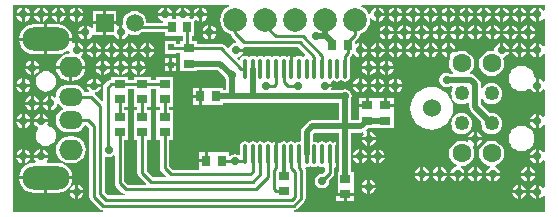
<source format=gtl>
%FSTAX23Y23*%
%MOIN*%
%SFA1B1*%

%IPPOS*%
%ADD13C,0.011810*%
%ADD15C,0.010000*%
%ADD16R,0.027560X0.037400*%
%ADD17R,0.037400X0.027560*%
%ADD18C,0.078740*%
%ADD19R,0.019680X0.023620*%
%ADD20O,0.015750X0.064960*%
%ADD37C,0.019680*%
%ADD38C,0.049210*%
%ADD39C,0.060000*%
%ADD40C,0.062990*%
%ADD41O,0.078740X0.068900*%
%ADD42O,0.078740X0.059060*%
%ADD43O,0.157480X0.078740*%
%ADD44R,0.059060X0.059060*%
%ADD45C,0.059060*%
%ADD46C,0.027560*%
%ADD47C,0.050000*%
%LNmidi_stick-1*%
%LPD*%
G36*
X04601Y03262D02*
X04596Y03261D01*
X04593Y03265*
X04586Y0327*
X04581Y03271*
Y03248*
Y03224*
X04586Y03225*
X04593Y0323*
X04596Y03234*
X04601Y03233*
Y03144*
X04596Y03142*
X04593Y03147*
X04586Y03152*
X04581Y03153*
Y03129*
Y03106*
X04586Y03107*
X04593Y03112*
X04596Y03116*
X04601Y03115*
Y03026*
X04596Y03024*
X04593Y03028*
X04586Y03034*
X04581Y03035*
Y03011*
Y02988*
X04586Y02989*
X04593Y02994*
X04596Y02998*
X04601Y02997*
Y02908*
X04596Y02906*
X04593Y0291*
X04586Y02916*
X04581Y02916*
Y02893*
Y0287*
X04586Y02871*
X04593Y02876*
X04596Y0288*
X04601Y02879*
Y0279*
X04596Y02788*
X04593Y02792*
X04586Y02797*
X04581Y02798*
Y02775*
Y02752*
X04586Y02753*
X04593Y02758*
X04596Y02762*
X04601Y02761*
Y02672*
X04596Y0267*
X04593Y02674*
X04586Y02679*
X04581Y0268*
Y02657*
Y02634*
X04586Y02635*
X04593Y0264*
X04596Y02644*
X04601Y02642*
Y0259*
X03766*
X03766Y02595*
X0377Y02595*
X03775Y02599*
X038Y02624*
X03804Y02629*
X03805Y02635*
Y0273*
X03804Y02735*
X03805Y02737*
X03807Y02739*
X03808Y02739*
X03815Y0274*
X03821Y02744*
X03827Y0274*
X03833Y02739*
X0384Y0274*
X03846Y02744*
X03852Y0274*
X03859Y02739*
X03864Y0274*
X03869Y02737*
Y02725*
X03862Y02717*
X0386Y02717*
X0385Y02716*
X03842Y0271*
X03837Y02702*
X03835Y02693*
X03837Y02684*
X03842Y02676*
X0385Y02671*
X0386Y02669*
X03869Y02671*
X03877Y02676*
X03882Y02684*
X03884Y02693*
X03883Y02695*
X03895Y02708*
X03899Y02713*
X039Y02718*
Y02737*
X03905Y0274*
X03905Y0274*
Y02782*
Y02824*
X03903Y02823*
X03897Y02819*
X03892Y02823*
X03885Y02825*
X03878Y02823*
X03872Y02819*
X03866Y02823*
X03859Y02825*
X03852Y02823*
X03846Y02819*
X0384Y02823*
X03833Y02825*
X03832Y02824*
X03828Y02827*
Y02849*
X03834Y02854*
X03916*
Y02827*
X03915Y02827*
Y02782*
Y02736*
X03916Y02736*
Y02724*
X03907*
Y02678*
Y02676*
Y02673*
Y02671*
Y02654*
X03936*
X03965*
Y02671*
Y02673*
Y02676*
Y02678*
Y02724*
X03956*
Y02782*
Y02854*
X0399*
X03995Y02855*
X03997Y02853*
X03998Y02851*
X03993Y02843*
X03992Y02839*
X0401*
Y02857*
X04008Y02857*
X04006Y02862*
X04014Y0287*
X04038*
X04041*
X04098*
Y02916*
Y02918*
Y02921*
Y02923*
Y0294*
X0407*
Y02945*
X04065*
Y02969*
X04043*
X0404*
X04036*
X04015*
Y02945*
X0401*
Y0294*
X03981*
Y02923*
Y02921*
Y02918*
Y02916*
Y02895*
X03956*
Y02964*
X03957Y02965*
X03959Y02975*
X03957Y02984*
X03952Y02992*
X03944Y02997*
X03935Y02999*
X03925Y02997*
X03922Y02995*
X0389*
X03888Y02999*
X0389Y03002*
X03891Y03006*
X03868*
Y03016*
X03891*
X0389Y0302*
X0389Y03022*
X03892Y03026*
X03892Y03026*
X03897Y0303*
X03903Y03026*
X0391Y03024*
X03917Y03026*
X03923Y0303*
X03929Y03026*
X03936Y03024*
X03943Y03026*
X03949Y0303*
X03953Y03036*
X03954Y03043*
Y03092*
X03953Y03099*
X03951Y03101*
Y03105*
X03956Y03109*
X03959Y03114*
X0396Y03116*
X03966*
X03969Y03112*
X03976Y03107*
X03981Y03106*
Y03129*
Y03153*
X03976Y03152*
X03974Y0315*
X03969Y03152*
X03969Y03157*
X0398Y03168*
X03984Y03173*
X03985Y03179*
Y03182*
X03994Y03186*
X04005Y03194*
X04013Y03205*
X04018Y03217*
X04019Y0323*
X04019Y03235*
X04023Y03237*
X04028Y0323*
X04036Y03225*
X0404Y03224*
Y03248*
Y03271*
X04036Y0327*
X04028Y03265*
X04022Y03257*
X04022Y03253*
X04016Y03249*
X04015Y03249*
X04013Y03254*
X04005Y03265*
X03994Y03273*
X0399Y03275*
X03991Y0328*
X04601*
Y03262*
G37*
G36*
X03549Y03275D02*
X03545Y03273D01*
X03534Y03265*
X03526Y03254*
X03521Y03242*
X0352Y0323*
X03521Y03217*
X03526Y03205*
X03534Y03194*
X03545Y03186*
X03555Y03182*
X03555Y03179*
X03559Y03174*
X03574Y03158*
X03572Y03154*
X03563Y03152*
X03555Y03147*
X0355Y03139*
X03549Y03136*
X03545Y03135*
X03533Y03146*
X03528Y03149*
X03522Y0315*
X03443*
Y03159*
X03425*
Y03176*
X03434*
Y03227*
X03439Y03229*
X03445Y03225*
X03449Y03224*
Y03243*
X03431*
X03432Y03238*
X03432Y03238*
X03429Y03233*
X0342*
X03417Y03238*
X03418Y03238*
X03418Y03243*
X03372*
X03373Y03238*
X03373Y03238*
X03371Y03233*
X0336*
X03358Y03238*
X03359Y03238*
X03359Y03243*
X03313*
X03314Y03238*
X03319Y0323*
X03327Y03225*
X03329Y03225*
X03328Y0322*
X03274*
X03273Y0323*
X03269Y03239*
X03263Y03248*
X03254Y03254*
X03245Y03258*
X03235Y03259*
X03224Y03258*
X03215Y03254*
X03206Y03248*
X032Y03239*
X03196Y0323*
X03195Y0322*
X03195Y03216*
X03193Y03214*
Y03188*
Y03165*
X03198Y03166*
X03206Y03171*
X03211Y03179*
X03211Y03182*
X03217Y03184*
X03224Y03181*
X03235Y0318*
X03245Y03181*
X03254Y03185*
X0326Y03189*
X03335*
Y03176*
X03383*
X03386*
X03388*
X03395*
Y03159*
X03386*
Y0315*
X03374*
Y03161*
X03335*
Y03117*
X03374*
Y0312*
X03386*
Y03111*
Y03108*
Y0306*
X03443*
Y03064*
X0351*
X03535Y03039*
X03536Y03035*
X03538Y03032*
Y02995*
X03528*
Y03003*
X03482*
X03481*
X03477*
X03476*
X03458*
Y02975*
Y02946*
X03476*
X03477*
X03481*
X03482*
X03528*
Y02954*
X03916*
Y02895*
X03826*
X03818Y02893*
X03811Y02889*
X03794Y02871*
X03789Y02865*
X03788Y02857*
Y02827*
X03784Y02824*
X03782Y02825*
X03775Y02823*
X0377Y02819*
X03764Y02823*
X03757Y02825*
X0375Y02823*
X03744Y02819*
X03738Y02823*
X03731Y02825*
X03724Y02823*
X03718Y02819*
X03713Y02823*
X03711Y02824*
Y02782*
X03701*
Y02824*
X03699Y02823*
X03693Y02819*
X03687Y02823*
X0368Y02825*
X03673Y02823*
X03667Y02819*
X03661Y02823*
X03654Y02825*
X03647Y02823*
X03642Y02819*
X03636Y02823*
X03629Y02825*
X03622Y02823*
X03616Y02819*
X0361Y02823*
X03603Y02825*
X03596Y02823*
X0359Y02819*
X03586Y02813*
X03585Y02806*
Y02782*
X03581Y02779*
X03579Y02781*
X0357Y02782*
X0356Y02781*
X03554Y02776*
X03549Y02778*
X03549Y02779*
Y02788*
X03503*
X03501*
X03498*
X03496*
X03479*
Y0276*
X03474*
Y02755*
X0345*
Y02731*
X03446Y0273*
X03361*
X0335Y02741*
Y02831*
X03363*
Y02877*
Y02878*
Y02882*
Y02883*
Y02929*
X0335*
Y02941*
X03363*
Y02987*
Y02988*
Y02992*
Y02993*
Y03039*
X03306*
Y03031*
X03288*
Y03039*
X03231*
Y03031*
X03213*
Y03039*
X03156*
Y03031*
X0315Y0303*
X03145Y03026*
X03134Y03015*
X0313Y0301*
X03129Y03004*
Y02962*
X03125Y0296*
X03103Y02982*
X03104Y02988*
X03109Y02989*
X03117Y02994*
X03122Y03002*
X03123Y03006*
X03077*
X03077Y03002*
X03083Y02994*
Y02994*
X03081Y02989*
X03068*
X03066Y02994*
X03059Y03002*
X03051Y03008*
X03042Y03012*
X03031Y03014*
X03012*
X03001Y03012*
X02992Y03008*
X02983Y03002*
X02977Y02994*
X02973Y02984*
X02972Y02974*
X02967Y02971*
X02962Y02975*
X02957Y02976*
Y02952*
Y02929*
X02962Y0293*
X02969Y02935*
X02975Y02943*
X02976Y02948*
X02981Y02949*
X02983Y02946*
X02992Y02939*
X02997Y02937*
Y02932*
X02992Y0293*
X02983Y02923*
X02977Y02915*
X02973Y02905*
X02972Y02895*
X02973Y02885*
X02977Y02875*
X02983Y02867*
X02992Y02861*
X03001Y02857*
X03012Y02855*
X03031*
X03042Y02857*
X03051Y02861*
X03059Y02867*
X03066Y02875*
X03068Y0288*
X03073*
X03084Y02868*
Y0264*
X03085Y02634*
X03089Y02629*
X03119Y02599*
X03124Y02595*
X03128Y02595*
X03128Y0259*
X0283*
Y0328*
X03548*
X03549Y03275*
G37*
G36*
X03804Y03114D02*
X03802Y03109D01*
X03801Y03109*
X03795Y03105*
X03789Y03109*
X03782Y0311*
X03775Y03109*
X0377Y03105*
X03764Y03109*
X03762Y03109*
Y03067*
X03752*
Y03109*
X0375Y03109*
X03744Y03105*
X03738Y03109*
X03731Y0311*
X03724Y03109*
X03718Y03105*
X03713Y03109*
X03706Y0311*
X03699Y03109*
X03693Y03105*
X03687Y03109*
X0368Y0311*
X03673Y03109*
X03667Y03105*
X03661Y03109*
X03654Y0311*
X03647Y03109*
X03642Y03105*
X03636Y03109*
X03629Y0311*
X03622Y03109*
X03616Y03105*
X0361Y03109*
X03603Y0311*
X03596Y03109*
X0359Y03105*
X03587Y03099*
X03582Y03097*
X03577Y03102*
X03579Y03106*
X03582Y03107*
X03589Y03112*
X03595Y0312*
X03596Y03124*
X03572*
Y03134*
X03596*
X03595Y03135*
X03599Y03139*
X036Y03139*
X03778*
X03804Y03114*
G37*
G36*
X03169Y02775D02*
Y02685D01*
X0317Y02679*
X03174Y02674*
X03194Y02654*
X03199Y0265*
X03202Y0265*
X03201Y02645*
X03146*
X03135Y02656*
Y02773*
X03139Y02775*
X0314Y02774*
X0315Y02772*
X03159Y02774*
X03164Y02778*
X03169Y02775*
G37*
G36*
X03306Y02993D02*
Y02992D01*
Y02988*
Y02987*
Y02941*
X03319*
Y02929*
X03306*
Y02883*
Y02882*
Y02878*
Y02877*
Y02831*
X03319*
Y02735*
X0332Y02729*
X03324Y02724*
X03338Y02709*
X03336Y02705*
X03296*
X03275Y02726*
Y02831*
X03288*
Y02877*
Y02878*
Y02882*
Y02883*
Y02929*
X03275*
Y02941*
X03288*
Y02987*
Y02988*
Y02992*
Y02993*
Y03*
X03306*
Y02993*
G37*
G36*
X03231D02*
Y02992D01*
Y02988*
Y02987*
Y02941*
X03244*
Y02929*
X03231*
Y02883*
Y02882*
Y02878*
Y02877*
Y02831*
X03244*
Y0272*
X03245Y02714*
X03249Y02709*
X03273Y02684*
X03271Y0268*
X03211*
X032Y02691*
Y02831*
X03213*
Y02878*
Y02882*
Y02929*
X032*
Y02941*
X03213*
Y02988*
Y02992*
Y03*
X03231*
Y02993*
G37*
%LNmidi_stick-2*%
%LPC*%
G36*
X04571Y03271D02*
X04567Y0327D01*
X04559Y03265*
X04554Y03257*
X04553Y03253*
X04571*
Y03271*
G37*
G36*
X04522D02*
Y03253D01*
X0454*
X0454Y03257*
X04534Y03265*
X04526Y0327*
X04522Y03271*
G37*
G36*
X04512D02*
X04508Y0327D01*
X045Y03265*
X04495Y03257*
X04494Y03253*
X04512*
Y03271*
G37*
G36*
X04463D02*
Y03253D01*
X04481*
X04481Y03257*
X04475Y03265*
X04467Y0327*
X04463Y03271*
G37*
G36*
X04453D02*
X04449Y0327D01*
X04441Y03265*
X04436Y03257*
X04435Y03253*
X04453*
Y03271*
G37*
G36*
X04404D02*
Y03253D01*
X04422*
X04422Y03257*
X04416Y03265*
X04408Y0327*
X04404Y03271*
G37*
G36*
X04394D02*
X0439Y0327D01*
X04382Y03265*
X04377Y03257*
X04376Y03253*
X04394*
Y03271*
G37*
G36*
X04345D02*
Y03253D01*
X04363*
X04362Y03257*
X04357Y03265*
X04349Y0327*
X04345Y03271*
G37*
G36*
X04335D02*
X04331Y0327D01*
X04323Y03265*
X04318Y03257*
X04317Y03253*
X04335*
Y03271*
G37*
G36*
X04286D02*
Y03253D01*
X04304*
X04303Y03257*
X04298Y03265*
X0429Y0327*
X04286Y03271*
G37*
G36*
X04276D02*
X04272Y0327D01*
X04264Y03265*
X04259Y03257*
X04258Y03253*
X04276*
Y03271*
G37*
G36*
X04227D02*
Y03253D01*
X04245*
X04244Y03257*
X04239Y03265*
X04231Y0327*
X04227Y03271*
G37*
G36*
X04217D02*
X04213Y0327D01*
X04205Y03265*
X042Y03257*
X04199Y03253*
X04217*
Y03271*
G37*
G36*
X04168D02*
Y03253D01*
X04186*
X04185Y03257*
X0418Y03265*
X04172Y0327*
X04168Y03271*
G37*
G36*
X04158D02*
X04154Y0327D01*
X04146Y03265*
X0414Y03257*
X0414Y03253*
X04158*
Y03271*
G37*
G36*
X04109D02*
Y03253D01*
X04127*
X04126Y03257*
X04121Y03265*
X04113Y0327*
X04109Y03271*
G37*
G36*
X04099D02*
X04095Y0327D01*
X04087Y03265*
X04081Y03257*
X04081Y03253*
X04099*
Y03271*
G37*
G36*
X0405D02*
Y03253D01*
X04068*
X04067Y03257*
X04062Y03265*
X04054Y0327*
X0405Y03271*
G37*
G36*
X04571Y03243D02*
X04553D01*
X04554Y03238*
X04559Y0323*
X04567Y03225*
X04571Y03224*
Y03243*
G37*
G36*
X0454D02*
X04522D01*
Y03224*
X04526Y03225*
X04534Y0323*
X0454Y03238*
X0454Y03243*
G37*
G36*
X04512D02*
X04494D01*
X04495Y03238*
X045Y0323*
X04508Y03225*
X04512Y03224*
Y03243*
G37*
G36*
X04481D02*
X04463D01*
Y03224*
X04467Y03225*
X04475Y0323*
X04481Y03238*
X04481Y03243*
G37*
G36*
X04453D02*
X04435D01*
X04436Y03238*
X04441Y0323*
X04449Y03225*
X04453Y03224*
Y03243*
G37*
G36*
X04422D02*
X04404D01*
Y03224*
X04408Y03225*
X04416Y0323*
X04422Y03238*
X04422Y03243*
G37*
G36*
X04394D02*
X04376D01*
X04377Y03238*
X04382Y0323*
X0439Y03225*
X04394Y03224*
Y03243*
G37*
G36*
X04363D02*
X04345D01*
Y03224*
X04349Y03225*
X04357Y0323*
X04362Y03238*
X04363Y03243*
G37*
G36*
X04335D02*
X04317D01*
X04318Y03238*
X04323Y0323*
X04331Y03225*
X04335Y03224*
Y03243*
G37*
G36*
X04304D02*
X04286D01*
Y03224*
X0429Y03225*
X04298Y0323*
X04303Y03238*
X04304Y03243*
G37*
G36*
X04276D02*
X04258D01*
X04259Y03238*
X04264Y0323*
X04272Y03225*
X04276Y03224*
Y03243*
G37*
G36*
X04245D02*
X04227D01*
Y03224*
X04231Y03225*
X04239Y0323*
X04244Y03238*
X04245Y03243*
G37*
G36*
X04217D02*
X04199D01*
X042Y03238*
X04205Y0323*
X04213Y03225*
X04217Y03224*
Y03243*
G37*
G36*
X04186D02*
X04168D01*
Y03224*
X04172Y03225*
X0418Y0323*
X04185Y03238*
X04186Y03243*
G37*
G36*
X04158D02*
X0414D01*
X0414Y03238*
X04146Y0323*
X04154Y03225*
X04158Y03224*
Y03243*
G37*
G36*
X04127D02*
X04109D01*
Y03224*
X04113Y03225*
X04121Y0323*
X04126Y03238*
X04127Y03243*
G37*
G36*
X04099D02*
X04081D01*
X04081Y03238*
X04087Y0323*
X04095Y03225*
X04099Y03224*
Y03243*
G37*
G36*
X04068D02*
X0405D01*
Y03224*
X04054Y03225*
X04062Y0323*
X04067Y03238*
X04068Y03243*
G37*
G36*
X04552Y03212D02*
Y03193D01*
X0457*
X04569Y03198*
X04564Y03206*
X04556Y03211*
X04552Y03212*
G37*
G36*
X04542D02*
X04537Y03211D01*
X0453Y03206*
X04524Y03198*
X04523Y03193*
X04542*
Y03212*
G37*
G36*
X04493D02*
Y03193D01*
X04511*
X0451Y03198*
X04505Y03206*
X04497Y03211*
X04493Y03212*
G37*
G36*
X04483D02*
X04478Y03211D01*
X04471Y03206*
X04465Y03198*
X04464Y03193*
X04483*
Y03212*
G37*
G36*
X04434D02*
Y03193D01*
X04452*
X04451Y03198*
X04446Y03206*
X04438Y03211*
X04434Y03212*
G37*
G36*
X04424D02*
X04419Y03211D01*
X04411Y03206*
X04406Y03198*
X04405Y03193*
X04424*
Y03212*
G37*
G36*
X04375D02*
Y03193D01*
X04393*
X04392Y03198*
X04387Y03206*
X04379Y03211*
X04375Y03212*
G37*
G36*
X04365D02*
X0436Y03211D01*
X04352Y03206*
X04347Y03198*
X04346Y03193*
X04365*
Y03212*
G37*
G36*
X04316D02*
Y03193D01*
X04334*
X04333Y03198*
X04328Y03206*
X0432Y03211*
X04316Y03212*
G37*
G36*
X04306D02*
X04301Y03211D01*
X04293Y03206*
X04288Y03198*
X04287Y03193*
X04306*
Y03212*
G37*
G36*
X04256D02*
Y03193D01*
X04275*
X04274Y03198*
X04269Y03206*
X04261Y03211*
X04256Y03212*
G37*
G36*
X04246D02*
X04242Y03211D01*
X04234Y03206*
X04229Y03198*
X04228Y03193*
X04246*
Y03212*
G37*
G36*
X04197D02*
Y03193D01*
X04216*
X04215Y03198*
X0421Y03206*
X04202Y03211*
X04197Y03212*
G37*
G36*
X04187D02*
X04183Y03211D01*
X04175Y03206*
X0417Y03198*
X04169Y03193*
X04187*
Y03212*
G37*
G36*
X04138D02*
Y03193D01*
X04157*
X04156Y03198*
X04151Y03206*
X04143Y03211*
X04138Y03212*
G37*
G36*
X04128D02*
X04124Y03211D01*
X04116Y03206*
X04111Y03198*
X0411Y03193*
X04128*
Y03212*
G37*
G36*
X04079D02*
Y03193D01*
X04098*
X04097Y03198*
X04091Y03206*
X04084Y03211*
X04079Y03212*
G37*
G36*
X04069D02*
X04065Y03211D01*
X04057Y03206*
X04052Y03198*
X04051Y03193*
X04069*
Y03212*
G37*
G36*
X0457Y03183D02*
X04552D01*
Y03165*
X04556Y03166*
X04564Y03171*
X04569Y03179*
X0457Y03183*
G37*
G36*
X04542D02*
X04523D01*
X04524Y03179*
X0453Y03171*
X04537Y03166*
X04542Y03165*
Y03183*
G37*
G36*
X04511D02*
X04493D01*
Y03165*
X04497Y03166*
X04505Y03171*
X0451Y03179*
X04511Y03183*
G37*
G36*
X04483D02*
X04464D01*
X04465Y03179*
X04471Y03171*
X04478Y03166*
X04483Y03165*
Y03183*
G37*
G36*
X04452D02*
X04434D01*
Y03165*
X04438Y03166*
X04446Y03171*
X04451Y03179*
X04452Y03183*
G37*
G36*
X04424D02*
X04405D01*
X04406Y03179*
X04411Y03171*
X04419Y03166*
X04424Y03165*
Y03183*
G37*
G36*
X04393D02*
X04375D01*
Y03165*
X04379Y03166*
X04387Y03171*
X04392Y03179*
X04393Y03183*
G37*
G36*
X04365D02*
X04346D01*
X04347Y03179*
X04352Y03171*
X0436Y03166*
X04365Y03165*
Y03183*
G37*
G36*
X04334D02*
X04316D01*
Y03165*
X0432Y03166*
X04328Y03171*
X04333Y03179*
X04334Y03183*
G37*
G36*
X04306D02*
X04287D01*
X04288Y03179*
X04293Y03171*
X04301Y03166*
X04306Y03165*
Y03183*
G37*
G36*
X04275D02*
X04256D01*
Y03165*
X04261Y03166*
X04269Y03171*
X04274Y03179*
X04275Y03183*
G37*
G36*
X04246D02*
X04228D01*
X04229Y03179*
X04234Y03171*
X04242Y03166*
X04246Y03165*
Y03183*
G37*
G36*
X04216D02*
X04197D01*
Y03165*
X04202Y03166*
X0421Y03171*
X04215Y03179*
X04216Y03183*
G37*
G36*
X04187D02*
X04169D01*
X0417Y03179*
X04175Y03171*
X04183Y03166*
X04187Y03165*
Y03183*
G37*
G36*
X04157D02*
X04138D01*
Y03165*
X04143Y03166*
X04151Y03171*
X04156Y03179*
X04157Y03183*
G37*
G36*
X04128D02*
X0411D01*
X04111Y03179*
X04116Y03171*
X04124Y03166*
X04128Y03165*
Y03183*
G37*
G36*
X04098D02*
X04079D01*
Y03165*
X04084Y03166*
X04091Y03171*
X04097Y03179*
X04098Y03183*
G37*
G36*
X04069D02*
X04051D01*
X04052Y03179*
X04057Y03171*
X04065Y03166*
X04069Y03165*
Y03183*
G37*
G36*
X04571Y03153D02*
X04567Y03152D01*
X04559Y03147*
X04554Y03139*
X04553Y03134*
X04571*
Y03153*
G37*
G36*
X04522D02*
Y03134D01*
X0454*
X0454Y03139*
X04534Y03147*
X04526Y03152*
X04522Y03153*
G37*
G36*
X04512D02*
X04508Y03152D01*
X045Y03147*
X04495Y03139*
X04494Y03134*
X04512*
Y03153*
G37*
G36*
X04463D02*
Y03134D01*
X04481*
X04481Y03139*
X04475Y03147*
X04467Y03152*
X04463Y03153*
G37*
G36*
X04286D02*
Y03134D01*
X04304*
X04303Y03139*
X04298Y03147*
X0429Y03152*
X04286Y03153*
G37*
G36*
X04276D02*
X04272Y03152D01*
X04264Y03147*
X04259Y03139*
X04258Y03134*
X04276*
Y03153*
G37*
G36*
X04227D02*
Y03134D01*
X04245*
X04244Y03139*
X04239Y03147*
X04231Y03152*
X04227Y03153*
G37*
G36*
X04217D02*
X04213Y03152D01*
X04205Y03147*
X042Y03139*
X04199Y03134*
X04217*
Y03153*
G37*
G36*
X04168D02*
Y03134D01*
X04186*
X04185Y03139*
X0418Y03147*
X04172Y03152*
X04168Y03153*
G37*
G36*
X04158D02*
X04154Y03152D01*
X04146Y03147*
X0414Y03139*
X0414Y03134*
X04158*
Y03153*
G37*
G36*
X04109D02*
Y03134D01*
X04127*
X04126Y03139*
X04121Y03147*
X04113Y03152*
X04109Y03153*
G37*
G36*
X04099D02*
X04095Y03152D01*
X04087Y03147*
X04081Y03139*
X04081Y03134*
X04099*
Y03153*
G37*
G36*
X0405D02*
Y03134D01*
X04068*
X04067Y03139*
X04062Y03147*
X04054Y03152*
X0405Y03153*
G37*
G36*
X0404D02*
X04036Y03152D01*
X04028Y03147*
X04022Y03139*
X04022Y03134*
X0404*
Y03153*
G37*
G36*
X03991D02*
Y03134D01*
X04009*
X04008Y03139*
X04003Y03147*
X03995Y03152*
X03991Y03153*
G37*
G36*
X04453D02*
X04449Y03152D01*
X04441Y03147*
X04436Y03139*
X04434Y03129*
X04434Y03129*
X04431Y03126*
X04425Y03126*
X04414Y03125*
X04404Y03121*
X04395Y03114*
X04388Y03105*
X04384Y03095*
X04383Y03085*
X04384Y03074*
X04388Y03064*
X04395Y03055*
X04404Y03048*
X04414Y03044*
X04425Y03043*
X04435Y03044*
X04445Y03048*
X04454Y03055*
X04461Y03064*
X04465Y03074*
X04466Y03085*
X04465Y03095*
X04463Y03101*
X04466Y03107*
X04467Y03107*
X04475Y03112*
X04481Y0312*
X04481Y03124*
X04458*
Y03129*
X04453*
Y03153*
G37*
G36*
X04325Y03126D02*
X04314Y03125D01*
X04309Y03123*
X04307Y03124*
X04286*
Y03102*
X04286Y03101*
X04284Y03095*
X04283Y03085*
X04284Y03074*
X04288Y03064*
X04295Y03055*
X04295Y03054*
X04294Y0305*
X04287*
X04284Y03052*
X04275Y03054*
X04265Y03052*
X04257Y03047*
X04252Y03039*
X0425Y0303*
X04252Y0302*
X04257Y03012*
X04265Y03007*
X04275Y03005*
X04284Y03007*
X04287Y03009*
X04294*
X04296Y03004*
X04294Y03002*
X04291Y02994*
X0429Y02985*
X04291Y02975*
X04294Y02967*
X043Y0296*
X04307Y02954*
X04315Y02951*
X04325Y0295*
X04334Y02951*
X04342Y02954*
X04344Y02956*
X04349Y02954*
Y0294*
X04351Y02932*
X04355Y02925*
X0439Y0289*
X0439Y02885*
X04391Y02875*
X04394Y02867*
X044Y0286*
X04407Y02854*
X04415Y02851*
X04425Y0285*
X04434Y02851*
X04442Y02854*
X04449Y0286*
X04455Y02867*
X04458Y02875*
X04459Y02885*
X04458Y02894*
X04455Y02902*
X04449Y02909*
X04442Y02915*
X04434Y02918*
X04425Y02919*
X04419Y02919*
X0439Y02948*
Y02965*
X04393Y02966*
X04395Y02966*
X044Y0296*
X04407Y02954*
X04415Y02951*
X04425Y0295*
X04434Y02951*
X04442Y02954*
X04449Y0296*
X04455Y02967*
X04458Y02975*
X04459Y02985*
X04458Y02994*
X04455Y03002*
X04449Y03009*
X04442Y03015*
X04434Y03018*
X04425Y03019*
X04415Y03018*
X04407Y03015*
X044Y03009*
X04395Y03003*
X04393Y03003*
X0439Y03004*
Y03015*
X04388Y03022*
X04384Y03029*
X04369Y03044*
X04362Y03048*
X04355Y0305*
X04353Y03054*
X04354Y03055*
X04361Y03064*
X04365Y03074*
X04366Y03085*
X04365Y03095*
X04361Y03105*
X04354Y03114*
X04345Y03121*
X04335Y03125*
X04325Y03126*
G37*
G36*
X04571Y03124D02*
X04553D01*
X04554Y0312*
X04559Y03112*
X04567Y03107*
X04571Y03106*
Y03124*
G37*
G36*
X0454D02*
X04522D01*
Y03106*
X04526Y03107*
X04534Y03112*
X0454Y0312*
X0454Y03124*
G37*
G36*
X04512D02*
X04494D01*
X04495Y0312*
X045Y03112*
X04508Y03107*
X04512Y03106*
Y03124*
G37*
G36*
X04276D02*
X04258D01*
X04259Y0312*
X04264Y03112*
X04272Y03107*
X04276Y03106*
Y03124*
G37*
G36*
X04245D02*
X04227D01*
Y03106*
X04231Y03107*
X04239Y03112*
X04244Y0312*
X04245Y03124*
G37*
G36*
X04217D02*
X04199D01*
X042Y0312*
X04205Y03112*
X04213Y03107*
X04217Y03106*
Y03124*
G37*
G36*
X04186D02*
X04168D01*
Y03106*
X04172Y03107*
X0418Y03112*
X04185Y0312*
X04186Y03124*
G37*
G36*
X04158D02*
X0414D01*
X0414Y0312*
X04146Y03112*
X04154Y03107*
X04158Y03106*
Y03124*
G37*
G36*
X04127D02*
X04109D01*
Y03106*
X04113Y03107*
X04121Y03112*
X04126Y0312*
X04127Y03124*
G37*
G36*
X04099D02*
X04081D01*
X04081Y0312*
X04087Y03112*
X04095Y03107*
X04099Y03106*
Y03124*
G37*
G36*
X04068D02*
X0405D01*
Y03106*
X04054Y03107*
X04062Y03112*
X04067Y0312*
X04068Y03124*
G37*
G36*
X0404D02*
X04022D01*
X04022Y0312*
X04028Y03112*
X04036Y03107*
X0404Y03106*
Y03124*
G37*
G36*
X04009D02*
X03991D01*
Y03106*
X03995Y03107*
X04003Y03112*
X04008Y0312*
X04009Y03124*
G37*
G36*
X04079Y03094D02*
Y03075D01*
X04098*
X04097Y0308*
X04091Y03088*
X04084Y03093*
X04079Y03094*
G37*
G36*
X04069D02*
X04065Y03093D01*
X04057Y03088*
X04052Y0308*
X04051Y03075*
X04069*
Y03094*
G37*
G36*
X0402D02*
Y03075D01*
X04039*
X04038Y0308*
X04032Y03088*
X04025Y03093*
X0402Y03094*
G37*
G36*
X0401D02*
X04006Y03093D01*
X03998Y03088*
X03993Y0308*
X03992Y03075*
X0401*
Y03094*
G37*
G36*
X04098Y03065D02*
X04079D01*
Y03047*
X04084Y03048*
X04091Y03053*
X04097Y03061*
X04098Y03065*
G37*
G36*
X04069D02*
X04051D01*
X04052Y03061*
X04057Y03053*
X04065Y03048*
X04069Y03047*
Y03065*
G37*
G36*
X04039D02*
X0402D01*
Y03047*
X04025Y03048*
X04032Y03053*
X04038Y03061*
X04039Y03065*
G37*
G36*
X0401D02*
X03992D01*
X03993Y03061*
X03998Y03053*
X04006Y03048*
X0401Y03047*
Y03065*
G37*
G36*
X04109Y03035D02*
Y03016D01*
X04127*
X04126Y03021*
X04121Y03028*
X04113Y03034*
X04109Y03035*
G37*
G36*
X04099D02*
X04095Y03034D01*
X04087Y03028*
X04081Y03021*
X04081Y03016*
X04099*
Y03035*
G37*
G36*
X0405D02*
Y03016D01*
X04068*
X04067Y03021*
X04062Y03028*
X04054Y03034*
X0405Y03035*
G37*
G36*
X0404D02*
X04036Y03034D01*
X04028Y03028*
X04022Y03021*
X04022Y03016*
X0404*
Y03035*
G37*
G36*
X03991D02*
Y03016D01*
X04009*
X04008Y03021*
X04003Y03028*
X03995Y03034*
X03991Y03035*
G37*
G36*
X03981D02*
X03976Y03034D01*
X03969Y03028*
X03963Y03021*
X03962Y03016*
X03981*
Y03035*
G37*
G36*
X04525Y03077D02*
X04514Y03076D01*
X04503Y03071*
X04494Y03065*
X04488Y03056*
X04484Y03045*
X04482Y03035*
X04484Y03024*
X04488Y03013*
X04494Y03004*
X04503Y02998*
X04514Y02994*
X04525Y02992*
X04535Y02994*
X04546Y02998*
X04549Y03001*
X04556Y02999*
X04559Y02994*
X04567Y02989*
X04571Y02988*
Y03011*
Y03035*
X04566Y03039*
X04566Y03045*
X04561Y03056*
X04555Y03065*
X04546Y03071*
X04535Y03076*
X04525Y03077*
G37*
G36*
X04127Y03006D02*
X04109D01*
Y02988*
X04113Y02989*
X04121Y02994*
X04126Y03002*
X04127Y03006*
G37*
G36*
X04099D02*
X04081D01*
X04081Y03002*
X04087Y02994*
X04095Y02989*
X04099Y02988*
Y03006*
G37*
G36*
X04068D02*
X0405D01*
Y02988*
X04054Y02989*
X04062Y02994*
X04067Y03002*
X04068Y03006*
G37*
G36*
X0404D02*
X04022D01*
X04022Y03002*
X04028Y02994*
X04036Y02989*
X0404Y02988*
Y03006*
G37*
G36*
X04009D02*
X03991D01*
Y02988*
X03995Y02989*
X04003Y02994*
X04008Y03002*
X04009Y03006*
G37*
G36*
X03981D02*
X03962D01*
X03963Y03002*
X03969Y02994*
X03976Y02989*
X03981Y02988*
Y03006*
G37*
G36*
X04075Y02969D02*
Y0295D01*
X04098*
Y02969*
X04075*
G37*
G36*
X04005D02*
X03981D01*
Y0295*
X04005*
Y02969*
G37*
G36*
X04571Y02916D02*
X04567Y02916D01*
X04559Y0291*
X04554Y02902*
X04553Y02898*
X04571*
Y02916*
G37*
G36*
Y02888D02*
X04553D01*
X04554Y02884*
X04559Y02876*
X04567Y02871*
X04571Y0287*
Y02888*
G37*
G36*
X04225Y03006D02*
X04211Y03005D01*
X04197Y03*
X04185Y02994*
X04174Y02985*
X04165Y02974*
X04159Y02962*
X04155Y02948*
X04153Y02935*
X04155Y02921*
X04159Y02907*
X04165Y02895*
X04174Y02884*
X04185Y02875*
X04197Y02869*
X04211Y02865*
X04225Y02863*
X04238Y02865*
X04252Y02869*
X04264Y02875*
X04275Y02884*
X04284Y02895*
X0429Y02907*
X04295Y02921*
X04296Y02935*
X04295Y02948*
X0429Y02962*
X04284Y02974*
X04275Y02985*
X04264Y02994*
X04252Y03*
X04238Y03005*
X04225Y03006*
G37*
G36*
X04325Y02919D02*
X04315Y02918D01*
X04307Y02915*
X043Y02909*
X04294Y02902*
X04291Y02894*
X0429Y02885*
X04291Y02875*
X04294Y02867*
X043Y0286*
X04307Y02854*
X04315Y02851*
X04325Y0285*
X04334Y02851*
X04342Y02854*
X04349Y0286*
X04355Y02867*
X04358Y02875*
X04359Y02885*
X04358Y02894*
X04355Y02902*
X04349Y02909*
X04342Y02915*
X04334Y02918*
X04325Y02919*
G37*
G36*
X04375Y02857D02*
Y02839D01*
X04393*
X04392Y02843*
X04387Y02851*
X04379Y02857*
X04375Y02857*
G37*
G36*
X04365D02*
X0436Y02857D01*
X04352Y02851*
X04347Y02843*
X04346Y02839*
X04365*
Y02857*
G37*
G36*
X0402D02*
Y02839D01*
X04039*
X04038Y02843*
X04032Y02851*
X04025Y02857*
X0402Y02857*
G37*
G36*
X04365Y02829D02*
X04346D01*
X04347Y02825*
X04346Y02824*
X04343Y02822*
X04335Y02825*
X04325Y02826*
X04314Y02825*
X04304Y02821*
X04295Y02814*
X04288Y02805*
X04284Y02795*
X04283Y02785*
X04284Y02774*
X04288Y02764*
X04295Y02755*
X04304Y02748*
X04309Y02746*
X04309Y02745*
X04305Y02739*
X04301Y02738*
X04293Y02733*
X04288Y02725*
X04287Y02721*
X04334*
X04333Y02725*
X04328Y02733*
X0432Y02738*
X04321Y02743*
X04325Y02743*
X04335Y02744*
X04345Y02748*
X04354Y02755*
X04361Y02764*
X04365Y02774*
X04366Y02785*
X04365Y02795*
X04361Y02805*
X0436Y02807*
X04363Y02811*
X04365Y02811*
Y02829*
G37*
G36*
X04393D02*
X04375D01*
Y02811*
X04379Y02812*
X04387Y02817*
X04392Y02825*
X04393Y02829*
G37*
G36*
X04039D02*
X0402D01*
Y02811*
X04025Y02812*
X04032Y02817*
X04038Y02825*
X04039Y02829*
G37*
G36*
X0401D02*
X03992D01*
X03993Y02825*
X03998Y02817*
X04006Y02812*
X0401Y02811*
Y02829*
G37*
G36*
X04525Y02877D02*
X04514Y02876D01*
X04503Y02871*
X04494Y02865*
X04488Y02856*
X04484Y02845*
X04482Y02835*
X04484Y02824*
X04488Y02813*
X04494Y02804*
X04503Y02798*
X04514Y02794*
X04525Y02792*
X04535Y02794*
X04546Y02798*
X04555Y02804*
X04561Y02813*
X04566Y02824*
X04567Y02835*
X04566Y02845*
X04561Y02856*
X04555Y02865*
X04546Y02871*
X04535Y02876*
X04525Y02877*
G37*
G36*
X04571Y02798D02*
X04567Y02797D01*
X04559Y02792*
X04554Y02784*
X04553Y0278*
X04571*
Y02798*
G37*
G36*
X0405D02*
Y0278D01*
X04068*
X04067Y02784*
X04062Y02792*
X04054Y02797*
X0405Y02798*
G37*
G36*
X0404D02*
X04036Y02797D01*
X04028Y02792*
X04022Y02784*
X04022Y0278*
X0404*
Y02798*
G37*
G36*
X03991D02*
Y0278D01*
X04009*
X04008Y02784*
X04003Y02792*
X03995Y02797*
X03991Y02798*
G37*
G36*
X03981D02*
X03976Y02797D01*
X03969Y02792*
X03963Y02784*
X03962Y0278*
X03981*
Y02798*
G37*
G36*
X04571Y0277D02*
X04553D01*
X04554Y02766*
X04559Y02758*
X04567Y02753*
X04571Y02752*
Y0277*
G37*
G36*
X04068D02*
X0405D01*
Y02752*
X04054Y02753*
X04062Y02758*
X04067Y02766*
X04068Y0277*
G37*
G36*
X0404D02*
X04022D01*
X04022Y02766*
X04028Y02758*
X04036Y02753*
X0404Y02752*
Y0277*
G37*
G36*
X04009D02*
X03991D01*
Y02752*
X03995Y02753*
X04003Y02758*
X04008Y02766*
X04009Y0277*
G37*
G36*
X03981D02*
X03962D01*
X03963Y02766*
X03969Y02758*
X03976Y02753*
X03981Y02752*
Y0277*
G37*
G36*
X04552Y02739D02*
Y02721D01*
X0457*
X04569Y02725*
X04564Y02733*
X04556Y02738*
X04552Y02739*
G37*
G36*
X04542D02*
X04537Y02738D01*
X0453Y02733*
X04524Y02725*
X04523Y02721*
X04542*
Y02739*
G37*
G36*
X04425Y02826D02*
X04414Y02825D01*
X04404Y02821*
X04395Y02814*
X04388Y02805*
X04384Y02795*
X04383Y02785*
X04384Y02774*
X04388Y02764*
X04395Y02755*
X04404Y02748*
X04414Y02744*
X04418Y02744*
X04419Y02739*
X04419Y02738*
X04411Y02733*
X04406Y02725*
X04405Y02721*
X04452*
X04451Y02725*
X04446Y02733*
X04438Y02738*
X04435Y02739*
X04435Y02744*
X04435Y02744*
X04445Y02748*
X04454Y02755*
X04461Y02764*
X04465Y02774*
X04466Y02785*
X04465Y02795*
X04461Y02805*
X04454Y02814*
X04445Y02821*
X04435Y02825*
X04425Y02826*
G37*
G36*
X04375Y02739D02*
Y02721D01*
X04393*
X04392Y02725*
X04387Y02733*
X04379Y02738*
X04375Y02739*
G37*
G36*
X04365D02*
X0436Y02738D01*
X04352Y02733*
X04347Y02725*
X04346Y02721*
X04365*
Y02739*
G37*
G36*
X04256D02*
Y02721D01*
X04275*
X04274Y02725*
X04269Y02733*
X04261Y02738*
X04256Y02739*
G37*
G36*
X04246D02*
X04242Y02738D01*
X04234Y02733*
X04229Y02725*
X04228Y02721*
X04246*
Y02739*
G37*
G36*
X04197D02*
Y02721D01*
X04216*
X04215Y02725*
X0421Y02733*
X04202Y02738*
X04197Y02739*
G37*
G36*
X04187D02*
X04183Y02738D01*
X04175Y02733*
X0417Y02725*
X04169Y02721*
X04187*
Y02739*
G37*
G36*
X0457Y02711D02*
X04552D01*
Y02693*
X04556Y02694*
X04564Y02699*
X04569Y02707*
X0457Y02711*
G37*
G36*
X04542D02*
X04523D01*
X04524Y02707*
X0453Y02699*
X04537Y02694*
X04542Y02693*
Y02711*
G37*
G36*
X04452D02*
X04434D01*
Y02693*
X04438Y02694*
X04446Y02699*
X04451Y02707*
X04452Y02711*
G37*
G36*
X04424D02*
X04405D01*
X04406Y02707*
X04411Y02699*
X04419Y02694*
X04424Y02693*
Y02711*
G37*
G36*
X04393D02*
X04375D01*
Y02693*
X04379Y02694*
X04387Y02699*
X04392Y02707*
X04393Y02711*
G37*
G36*
X04365D02*
X04346D01*
X04347Y02707*
X04352Y02699*
X0436Y02694*
X04365Y02693*
Y02711*
G37*
G36*
X04334D02*
X04316D01*
Y02693*
X0432Y02694*
X04328Y02699*
X04333Y02707*
X04334Y02711*
G37*
G36*
X04306D02*
X04287D01*
X04288Y02707*
X04293Y02699*
X04301Y02694*
X04306Y02693*
Y02711*
G37*
G36*
X04275D02*
X04256D01*
Y02693*
X04261Y02694*
X04269Y02699*
X04274Y02707*
X04275Y02711*
G37*
G36*
X04246D02*
X04228D01*
X04229Y02707*
X04234Y02699*
X04242Y02694*
X04246Y02693*
Y02711*
G37*
G36*
X04216D02*
X04197D01*
Y02693*
X04202Y02694*
X0421Y02699*
X04215Y02707*
X04216Y02711*
G37*
G36*
X04187D02*
X04169D01*
X0417Y02707*
X04175Y02699*
X04183Y02694*
X04187Y02693*
Y02711*
G37*
G36*
X0402Y02697D02*
Y02679D01*
X04038*
X04037Y02683*
X04032Y02691*
X04024Y02697*
X0402Y02697*
G37*
G36*
X0401D02*
X04005Y02697D01*
X03997Y02691*
X03992Y02683*
X03991Y02679*
X0401*
Y02697*
G37*
G36*
X04571Y0268D02*
X04567Y02679D01*
X04559Y02674*
X04554Y02666*
X04553Y02662*
X04571*
Y0268*
G37*
G36*
X04522D02*
Y02662D01*
X0454*
X0454Y02666*
X04534Y02674*
X04526Y02679*
X04522Y0268*
G37*
G36*
X04512D02*
X04508Y02679D01*
X045Y02674*
X04495Y02666*
X04494Y02662*
X04512*
Y0268*
G37*
G36*
X04038Y02669D02*
X0402D01*
Y02651*
X04024Y02652*
X04032Y02657*
X04037Y02665*
X04038Y02669*
G37*
G36*
X0401D02*
X03991D01*
X03992Y02665*
X03997Y02657*
X04005Y02652*
X0401Y02651*
Y02669*
G37*
G36*
X04571Y02652D02*
X04553D01*
X04554Y02648*
X04559Y0264*
X04567Y02635*
X04571Y02634*
Y02652*
G37*
G36*
X0454D02*
X04522D01*
Y02634*
X04526Y02635*
X04534Y0264*
X0454Y02648*
X0454Y02652*
G37*
G36*
X04512D02*
X04494D01*
X04495Y02648*
X045Y0264*
X04508Y02635*
X04512Y02634*
Y02652*
G37*
G36*
X03965Y02644D02*
X03941D01*
Y02625*
X03965*
Y02644*
G37*
G36*
X03931D02*
X03907D01*
Y02625*
X03931*
Y02644*
G37*
G36*
X03459Y03271D02*
Y03253D01*
X03477*
X03477Y03257*
X03471Y03265*
X03464Y0327*
X03459Y03271*
G37*
G36*
X03449D02*
X03445Y0327D01*
X03437Y03265*
X03432Y03257*
X03431Y03253*
X03449*
Y03271*
G37*
G36*
X034D02*
Y03253D01*
X03418*
X03418Y03257*
X03412Y03265*
X03404Y0327*
X034Y03271*
G37*
G36*
X0339D02*
X03386Y0327D01*
X03378Y03265*
X03373Y03257*
X03372Y03253*
X0339*
Y03271*
G37*
G36*
X03341D02*
Y03253D01*
X03359*
X03359Y03257*
X03353Y03265*
X03345Y0327*
X03341Y03271*
G37*
G36*
X03331D02*
X03327Y0327D01*
X03319Y03265*
X03314Y03257*
X03313Y03253*
X03331*
Y03271*
G37*
G36*
X03046D02*
Y03253D01*
X03064*
X03063Y03257*
X03058Y03265*
X0305Y0327*
X03046Y03271*
G37*
G36*
X03036D02*
X03032Y0327D01*
X03024Y03265*
X03018Y03257*
X03018Y03253*
X03036*
Y03271*
G37*
G36*
X02987D02*
Y03253D01*
X03005*
X03004Y03257*
X02999Y03265*
X02991Y0327*
X02987Y03271*
G37*
G36*
X02977D02*
X02973Y0327D01*
X02965Y03265*
X02959Y03257*
X02959Y03253*
X02977*
Y03271*
G37*
G36*
X02928D02*
Y03253D01*
X02946*
X02945Y03257*
X0294Y03265*
X02932Y0327*
X02928Y03271*
G37*
G36*
X02918D02*
X02913Y0327D01*
X02906Y03265*
X029Y03257*
X02899Y03253*
X02918*
Y03271*
G37*
G36*
X02869D02*
Y03253D01*
X02887*
X02886Y03257*
X02881Y03265*
X02873Y0327*
X02869Y03271*
G37*
G36*
X02859D02*
X02854Y0327D01*
X02847Y03265*
X02841Y03257*
X0284Y03253*
X02859*
Y03271*
G37*
G36*
X03174Y03259D02*
X0314D01*
Y03225*
X03174*
Y03259*
G37*
G36*
X0313D02*
X03095D01*
Y03225*
X0313*
Y03259*
G37*
G36*
X03477Y03243D02*
X03459D01*
Y03224*
X03464Y03225*
X03471Y0323*
X03477Y03238*
X03477Y03243*
G37*
G36*
X03064D02*
X03046D01*
Y03224*
X0305Y03225*
X03058Y0323*
X03063Y03238*
X03064Y03243*
G37*
G36*
X03036D02*
X03018D01*
X03018Y03238*
X03024Y0323*
X03032Y03225*
X03036Y03224*
Y03243*
G37*
G36*
X03005D02*
X02987D01*
Y03224*
X02991Y03225*
X02999Y0323*
X03004Y03238*
X03005Y03243*
G37*
G36*
X02977D02*
X02959D01*
X02959Y03238*
X02965Y0323*
X02973Y03225*
X02977Y03224*
Y03243*
G37*
G36*
X02946D02*
X02928D01*
Y03224*
X02932Y03225*
X0294Y0323*
X02945Y03238*
X02946Y03243*
G37*
G36*
X02918D02*
X02899D01*
X029Y03238*
X02906Y0323*
X02913Y03225*
X02918Y03224*
Y03243*
G37*
G36*
X02887D02*
X02869D01*
Y03224*
X02873Y03225*
X02881Y0323*
X02886Y03238*
X02887Y03243*
G37*
G36*
X02859D02*
X0284D01*
X02841Y03238*
X02847Y0323*
X02854Y03225*
X02859Y03224*
Y03243*
G37*
G36*
X0313Y03215D02*
X03095D01*
Y03203*
X0309Y03202*
X03088Y03206*
X0308Y03211*
X03075Y03212*
Y03188*
Y03165*
X0308Y03166*
X03088Y03171*
X03091Y03177*
X03094Y03179*
X03098Y0318*
X0313*
Y03215*
G37*
G36*
X03489Y03212D02*
Y03193D01*
X03507*
X03506Y03198*
X03501Y03206*
X03493Y03211*
X03489Y03212*
G37*
G36*
X03479D02*
X03474Y03211D01*
X03467Y03206*
X03461Y03198*
X03461Y03193*
X03479*
Y03212*
G37*
G36*
X03065D02*
X03061Y03211D01*
X03053Y03206*
X03048Y03198*
X03047Y03193*
X03065*
Y03212*
G37*
G36*
X02978Y03215D02*
X02944D01*
Y0317*
X03027*
X03026Y03178*
X03021Y0319*
X03013Y032*
X03003Y03208*
X02991Y03213*
X02978Y03215*
G37*
G36*
X02934D02*
X02899D01*
X02886Y03213*
X02874Y03208*
X02864Y032*
X02856Y0319*
X02851Y03178*
X0285Y0317*
X02934*
Y03215*
G37*
G36*
X03507Y03183D02*
X03489D01*
Y03165*
X03493Y03166*
X03501Y03171*
X03506Y03179*
X03507Y03183*
G37*
G36*
X03479D02*
X03461D01*
X03461Y03179*
X03467Y03171*
X03474Y03166*
X03479Y03165*
Y03183*
G37*
G36*
X03174Y03215D02*
X0314D01*
Y0318*
X03166*
X03166Y03179*
X03171Y03171*
X03179Y03166*
X03183Y03165*
Y03188*
Y03212*
X03179Y03211*
X03178Y0321*
X03174Y03213*
Y03215*
G37*
G36*
X03065Y03183D02*
X03047D01*
X03048Y03179*
X03053Y03171*
X03061Y03166*
X03065Y03165*
Y03183*
G37*
G36*
X03282Y03153D02*
Y03134D01*
X033*
X03299Y03139*
X03294Y03147*
X03286Y03152*
X03282Y03153*
G37*
G36*
X03272D02*
X03268Y03152D01*
X0326Y03147*
X03255Y03139*
X03254Y03134*
X03272*
Y03153*
G37*
G36*
X03223D02*
Y03134D01*
X03241*
X0324Y03139*
X03235Y03147*
X03227Y03152*
X03223Y03153*
G37*
G36*
X03213D02*
X03209Y03152D01*
X03201Y03147*
X03196Y03139*
X03195Y03134*
X03213*
Y03153*
G37*
G36*
X03164D02*
Y03134D01*
X03182*
X03181Y03139*
X03176Y03147*
X03168Y03152*
X03164Y03153*
G37*
G36*
X03154D02*
X0315Y03152D01*
X03142Y03147*
X03137Y03139*
X03136Y03134*
X03154*
Y03153*
G37*
G36*
X03105D02*
Y03134D01*
X03123*
X03122Y03139*
X03117Y03147*
X03109Y03152*
X03105Y03153*
G37*
G36*
X03095D02*
X03091Y03152D01*
X03083Y03147*
X03077Y03139*
X03077Y03134*
X03095*
Y03153*
G37*
G36*
X03046D02*
Y03134D01*
X03064*
X03063Y03139*
X03058Y03147*
X0305Y03152*
X03046Y03153*
G37*
G36*
X02934Y0316D02*
X0285D01*
X02851Y03152*
X02856Y0314*
X02864Y0313*
X02874Y03122*
X02886Y03117*
X02899Y03115*
X02934*
Y0316*
G37*
G36*
X033Y03124D02*
X03282D01*
Y03106*
X03286Y03107*
X03294Y03112*
X03299Y0312*
X033Y03124*
G37*
G36*
X03272D02*
X03254D01*
X03255Y0312*
X0326Y03112*
X03268Y03107*
X03272Y03106*
Y03124*
G37*
G36*
X03241D02*
X03223D01*
Y03106*
X03227Y03107*
X03235Y03112*
X0324Y0312*
X03241Y03124*
G37*
G36*
X03213D02*
X03195D01*
X03196Y0312*
X03201Y03112*
X03209Y03107*
X03213Y03106*
Y03124*
G37*
G36*
X03182D02*
X03164D01*
Y03106*
X03168Y03107*
X03176Y03112*
X03181Y0312*
X03182Y03124*
G37*
G36*
X03154D02*
X03136D01*
X03137Y0312*
X03142Y03112*
X0315Y03107*
X03154Y03106*
Y03124*
G37*
G36*
X03123D02*
X03105D01*
Y03106*
X03109Y03107*
X03117Y03112*
X03122Y0312*
X03123Y03124*
G37*
G36*
X03095D02*
X03077D01*
X03077Y0312*
X03083Y03112*
X03091Y03107*
X03095Y03106*
Y03124*
G37*
G36*
X03374Y03102D02*
X0336D01*
Y03085*
X03374*
Y03102*
G37*
G36*
X0335D02*
X03335D01*
Y03085*
X0335*
Y03102*
G37*
G36*
X03027Y0316D02*
X02944D01*
Y03115*
X02978*
X02991Y03117*
X03003Y03122*
X03012Y03128*
X03016Y03127*
X03017Y03127*
X03018Y03122*
X03018Y03121*
X03016Y03118*
X03015Y03117*
X03005Y03116*
X02994Y03111*
X02985Y03104*
X02978Y03095*
X02973Y03084*
X02972Y03077*
X03021*
X0307*
X0307Y03084*
X03065Y03095*
X03058Y03104*
X03056Y03106*
X03056Y03111*
X03058Y03112*
X03063Y0312*
X03064Y03124*
X03041*
Y03129*
X03036*
Y03153*
X03032Y03152*
X03031Y03152*
X03026Y03154*
X03027Y0316*
G37*
G36*
X03253Y03094D02*
Y03075D01*
X03271*
X0327Y0308*
X03265Y03088*
X03257Y03093*
X03253Y03094*
G37*
G36*
X03243D02*
X03238Y03093D01*
X0323Y03088*
X03225Y0308*
X03224Y03075*
X03243*
Y03094*
G37*
G36*
X03193D02*
Y03075D01*
X03212*
X03211Y0308*
X03206Y03088*
X03198Y03093*
X03193Y03094*
G37*
G36*
X03183D02*
X03179Y03093D01*
X03171Y03088*
X03166Y0308*
X03165Y03075*
X03183*
Y03094*
G37*
G36*
X03134D02*
Y03075D01*
X03153*
X03152Y0308*
X03147Y03088*
X03139Y03093*
X03134Y03094*
G37*
G36*
X03124D02*
X0312Y03093D01*
X03112Y03088*
X03107Y0308*
X03106Y03075*
X03124*
Y03094*
G37*
G36*
X02898D02*
Y03075D01*
X02916*
X02916Y0308*
X0291Y03088*
X02902Y03093*
X02898Y03094*
G37*
G36*
X02888D02*
X02884Y03093D01*
X02876Y03088*
X02871Y0308*
X0287Y03075*
X02888*
Y03094*
G37*
G36*
X03374Y03075D02*
X0336D01*
Y03058*
X03374*
Y03075*
G37*
G36*
X0335D02*
X03335D01*
Y03058*
X0335*
Y03075*
G37*
G36*
X03271Y03065D02*
X03253D01*
Y03047*
X03257Y03048*
X03265Y03053*
X0327Y03061*
X03271Y03065*
G37*
G36*
X03243D02*
X03224D01*
X03225Y03061*
X0323Y03053*
X03238Y03048*
X03243Y03047*
Y03065*
G37*
G36*
X03212D02*
X03193D01*
Y03047*
X03198Y03048*
X03206Y03053*
X03211Y03061*
X03212Y03065*
G37*
G36*
X03183D02*
X03165D01*
X03166Y03061*
X03171Y03053*
X03179Y03048*
X03183Y03047*
Y03065*
G37*
G36*
X03153D02*
X03134D01*
Y03047*
X03139Y03048*
X03147Y03053*
X03152Y03061*
X03153Y03065*
G37*
G36*
X03124D02*
X03106D01*
X03107Y03061*
X03112Y03053*
X0312Y03048*
X03124Y03047*
Y03065*
G37*
G36*
X02916D02*
X02898D01*
Y03047*
X02902Y03048*
X0291Y03053*
X02916Y03061*
X02916Y03065*
G37*
G36*
X02888D02*
X0287D01*
X02871Y03061*
X02876Y03053*
X02884Y03048*
X02888Y03047*
Y03065*
G37*
G36*
X0307Y03067D02*
X03026D01*
Y03027*
X03038Y03029*
X03049Y03033*
X03058Y03041*
X03065Y0305*
X0307Y03061*
X0307Y03067*
G37*
G36*
X03016D02*
X02972D01*
X02973Y03061*
X02978Y0305*
X02985Y03041*
X02994Y03033*
X03005Y03029*
X03016Y03027*
Y03067*
G37*
G36*
X03105Y03035D02*
Y03016D01*
X03123*
X03122Y03021*
X03117Y03028*
X03109Y03034*
X03105Y03035*
G37*
G36*
X03095D02*
X03091Y03034D01*
X03083Y03028*
X03077Y03021*
X03077Y03016*
X03095*
Y03035*
G37*
G36*
X02869D02*
Y03016D01*
X02887*
X02886Y03021*
X02881Y03028*
X02873Y03034*
X02869Y03035*
G37*
G36*
X02859D02*
X02854Y03034D01*
X02847Y03028*
X02841Y03021*
X0284Y03016*
X02859*
Y03035*
G37*
G36*
X02939Y03059D02*
X0293Y03058D01*
X02922Y03054*
X02915Y03049*
X02909Y03042*
X02906Y03034*
X02905Y03025*
X02906Y03016*
X02909Y03008*
X02915Y03001*
X02922Y02996*
X0293Y02992*
X02939Y02991*
X02947Y02992*
X02956Y02996*
X02963Y03001*
X02968Y03008*
X02971Y03016*
X02973Y03025*
X02971Y03034*
X02968Y03042*
X02963Y03049*
X02956Y03054*
X02947Y03058*
X02939Y03059*
G37*
G36*
X02887Y03006D02*
X02869D01*
Y02988*
X02873Y02989*
X02881Y02994*
X02886Y03002*
X02887Y03006*
G37*
G36*
X02859D02*
X0284D01*
X02841Y03002*
X02847Y02994*
X02854Y02989*
X02859Y02988*
Y03006*
G37*
G36*
X03448Y03003D02*
X0343D01*
Y0298*
X03448*
Y03003*
G37*
G36*
X02947Y02976D02*
X02943Y02975D01*
X02935Y02969*
X0293Y02962*
X02929Y02957*
X02947*
Y02976*
G37*
G36*
X02898D02*
Y02957D01*
X02916*
X02916Y02962*
X0291Y02969*
X02902Y02975*
X02898Y02976*
G37*
G36*
X02888D02*
X02884Y02975D01*
X02876Y02969*
X02871Y02962*
X0287Y02957*
X02888*
Y02976*
G37*
G36*
X03448Y0297D02*
X0343D01*
Y02946*
X03448*
Y0297*
G37*
G36*
X02947Y02947D02*
X02929D01*
X0293Y02943*
X02935Y02935*
X02943Y0293*
X02947Y02929*
Y02947*
G37*
G36*
X02916D02*
X02898D01*
Y02929*
X02902Y0293*
X0291Y02935*
X02916Y02943*
X02916Y02947*
G37*
G36*
X02888D02*
X0287D01*
X02871Y02943*
X02876Y02935*
X02884Y0293*
X02888Y02929*
Y02947*
G37*
G36*
X02928Y02916D02*
Y02898D01*
X02946*
X02945Y02902*
X0294Y0291*
X02932Y02916*
X02928Y02916*
G37*
G36*
X02918D02*
X02913Y02916D01*
X02906Y0291*
X029Y02902*
X02899Y02898*
X02918*
Y02916*
G37*
G36*
X02869D02*
Y02898D01*
X02887*
X02886Y02902*
X02881Y0291*
X02873Y02916*
X02869Y02916*
G37*
G36*
X02859D02*
X02854Y02916D01*
X02847Y0291*
X02841Y02902*
X0284Y02898*
X02859*
Y02916*
G37*
G36*
X02887Y02888D02*
X02869D01*
Y0287*
X02873Y02871*
X02881Y02876*
X02886Y02884*
X02887Y02888*
G37*
G36*
X02859D02*
X0284D01*
X02841Y02884*
X02847Y02876*
X02854Y02871*
X02859Y0287*
Y02888*
G37*
G36*
X02946D02*
X02899D01*
X029Y02884*
X02906Y02876*
X02912Y02872*
X02912Y02871*
X02913Y02867*
X02913Y02866*
X02909Y02861*
X02906Y02853*
X02905Y02844*
X02906Y02835*
X02909Y02827*
X02915Y0282*
X02922Y02815*
X0293Y02811*
X02939Y0281*
X02947Y02811*
X02956Y02815*
X02963Y0282*
X02968Y02827*
X02971Y02835*
X02973Y02844*
X02971Y02853*
X02968Y02861*
X02963Y02868*
X02956Y02873*
X02947Y02877*
X02946Y02877*
X02944Y02882*
X02945Y02884*
X02946Y02888*
G37*
G36*
X02928Y02798D02*
Y0278D01*
X02946*
X02945Y02784*
X0294Y02792*
X02932Y02797*
X02928Y02798*
G37*
G36*
X02918D02*
X02913Y02797D01*
X02906Y02792*
X029Y02784*
X02899Y0278*
X02918*
Y02798*
G37*
G36*
X02869D02*
Y0278D01*
X02887*
X02886Y02784*
X02881Y02792*
X02873Y02797*
X02869Y02798*
G37*
G36*
X02859D02*
X02854Y02797D01*
X02847Y02792*
X02841Y02784*
X0284Y0278*
X02859*
Y02798*
G37*
G36*
X03469Y02788D02*
X0345D01*
Y02765*
X03469*
Y02788*
G37*
G36*
X03026Y02842D02*
X03016D01*
X03005Y0284*
X02994Y02836*
X02985Y02828*
X02978Y02819*
X02973Y02808*
X02972Y02797*
X02973Y02785*
X02978Y02774*
X02985Y02765*
X02994Y02758*
X03005Y02753*
X03016Y02752*
X03026*
X03038Y02753*
X03049Y02758*
X03058Y02765*
X03065Y02774*
X0307Y02785*
X03071Y02797*
X0307Y02808*
X03065Y02819*
X03058Y02828*
X03049Y02836*
X03038Y0284*
X03026Y02842*
G37*
G36*
X02887Y0277D02*
X02869D01*
Y02752*
X02873Y02753*
X02881Y02758*
X02886Y02766*
X02887Y0277*
G37*
G36*
X02859D02*
X0284D01*
X02841Y02766*
X02847Y02758*
X02854Y02753*
X02859Y02752*
Y0277*
G37*
G36*
X02946D02*
X02899D01*
X029Y02766*
X02905Y02759*
X02903Y02754*
X02899*
X02886Y02752*
X02874Y02747*
X02864Y02739*
X02856Y02729*
X02851Y02717*
X0285Y02709*
X03027*
X03026Y02717*
X03021Y02729*
X03013Y02739*
X03003Y02747*
X02991Y02752*
X02978Y02754*
X02942*
X02941Y02759*
X02945Y02766*
X02946Y0277*
G37*
G36*
X03046Y0268D02*
Y02662D01*
X03064*
X03063Y02666*
X03058Y02674*
X0305Y02679*
X03046Y0268*
G37*
G36*
X03036D02*
X03032Y02679D01*
X03024Y02674*
X03018Y02666*
X03018Y02662*
X03036*
Y0268*
G37*
G36*
X03027Y02699D02*
X02944D01*
Y02654*
X02978*
X02991Y02656*
X03003Y02661*
X03013Y02669*
X03021Y02679*
X03026Y02691*
X03027Y02699*
G37*
G36*
X02934D02*
X0285D01*
X02851Y02691*
X02856Y02679*
X02864Y02669*
X02874Y02661*
X02886Y02656*
X02899Y02654*
X02934*
Y02699*
G37*
G36*
X03064Y02652D02*
X03046D01*
Y02634*
X0305Y02635*
X03058Y0264*
X03063Y02648*
X03064Y02652*
G37*
G36*
X03036D02*
X03018D01*
X03018Y02648*
X03024Y0264*
X03032Y02635*
X03036Y02634*
Y02652*
G37*
%LNmidi_stick-3*%
%LPD*%
G54D13*
X03731Y0271D02*
Y02782D01*
G54D15*
X0357Y02758D02*
X03603D01*
X03765Y0261D02*
X0379Y02635D01*
X0313Y0261D02*
X03765D01*
X031Y0264D02*
X0313Y0261D01*
X0379Y02635D02*
Y0273D01*
X0376Y0263D02*
X0377Y0264D01*
X0314Y0263D02*
X0376D01*
X0312Y0265D02*
X0314Y0263D01*
X0377Y0264D02*
Y02724D01*
X03705Y02659D02*
X03731D01*
X037Y02665D02*
X03705Y02659D01*
X037Y02665D02*
Y0273D01*
X0359Y03067D02*
X03603D01*
X03522Y03135D02*
X0359Y03067D01*
X03415Y03135D02*
X03522D01*
X03603Y02758D02*
Y02782D01*
X03568Y0276D02*
X0357Y02758D01*
X03525Y0276D02*
X03568D01*
X03145Y02802D02*
Y03004D01*
Y02802D02*
X0315Y02797D01*
X03145Y03004D02*
X03156Y03016D01*
X03185*
X0386Y02693D02*
X03885Y02718D01*
Y02782*
X03745Y0301D02*
X0378D01*
X03731Y03023D02*
X03745Y0301D01*
X03672D02*
X037D01*
X03706Y03016*
X03731Y03023D02*
Y03067D01*
X03706Y03016D02*
Y03067D01*
X03358Y03135D02*
X03415D01*
X03355Y03139D02*
X03358Y03135D01*
X0341Y0314D02*
X03415Y03135D01*
X0341Y0314D02*
Y03205D01*
X0325D02*
X03359D01*
X03235Y0322D02*
X0325Y03205D01*
X03936Y03067D02*
Y03111D01*
X03945Y0312*
Y03155*
X0397Y03179*
Y03245*
X03795Y03175D02*
X03859Y0311D01*
X03705Y03175D02*
X03795D01*
X0367Y0321D02*
X03705Y03175D01*
X03859Y03067D02*
Y0311D01*
X0367Y0321D02*
Y03245D01*
X0357Y03185D02*
Y03245D01*
Y03185D02*
X036Y03155D01*
X03785*
X03833Y03106*
Y03067D02*
Y03106D01*
X03935Y0265D02*
X03936Y02649D01*
X0391Y0265D02*
X03935D01*
X03905Y02655D02*
X0391Y0265D01*
X03905Y02655D02*
Y0273D01*
X0391Y02735*
Y02782*
X037Y0273D02*
X03706Y02736D01*
Y02782*
X0364Y02665D02*
X0368Y02705D01*
X03205Y02665D02*
X0364D01*
X03185Y02685D02*
X03205Y02665D01*
X0368Y02705D02*
Y02782D01*
X03782Y02737D02*
Y02782D01*
Y02737D02*
X0379Y0273D01*
X031Y0264D02*
Y02875D01*
X03079Y02895D02*
X031Y02875D01*
X03021Y02895D02*
X03079D01*
X03021Y02974D02*
X0309D01*
X0312Y02944*
Y0265D02*
Y02944D01*
X03757Y02737D02*
X0377Y02724D01*
X03757Y02737D02*
Y02782D01*
X0326Y03016D02*
X03335D01*
X03185D02*
X0326D01*
X03335Y02906D02*
Y02965D01*
X0326Y02906D02*
Y02965D01*
X03185Y02906D02*
Y02965D01*
Y02685D02*
Y02855D01*
X0326Y0272D02*
Y02855D01*
Y0272D02*
X0329Y0269D01*
X03629*
X03654Y02715*
Y02782*
X03335Y02735D02*
Y02855D01*
Y02735D02*
X03355Y02715D01*
X0362*
X03629Y02724*
Y02782*
G54D16*
X03525Y0276D03*
X03474D03*
X03945Y03145D03*
X03894D03*
X0341Y03205D03*
X03359D03*
X03505Y02975D03*
X03453D03*
G54D17*
X03936Y027D03*
Y02649D03*
X03731Y0271D03*
Y02659D03*
X0407Y02894D03*
Y02945D03*
X0401Y02894D03*
Y02945D03*
X03415Y03084D03*
Y03135D03*
X03335Y03016D03*
Y02965D03*
X0326Y03016D03*
Y02965D03*
X03185Y03016D03*
Y02965D03*
Y02855D03*
Y02906D03*
X0326Y02855D03*
Y02906D03*
X03335Y02855D03*
Y02906D03*
G54D18*
X0357Y0323D03*
X0367D03*
X0377D03*
X0387D03*
X0397D03*
G54D19*
X03355Y03139D03*
Y0308D03*
G54D20*
X03603Y02782D03*
X03629D03*
X03654D03*
X0368D03*
X03706D03*
X03731D03*
X03757D03*
X03782D03*
X03808D03*
X03833D03*
X03859D03*
X03885D03*
X0391D03*
X03936D03*
X03603Y03067D03*
X03629D03*
X03654D03*
X0368D03*
X03706D03*
X03731D03*
X03757D03*
X03782D03*
X03808D03*
X03833D03*
X03859D03*
X03885D03*
X0391D03*
X03936D03*
G54D37*
X0401Y02894D02*
X0407D01*
X0399Y02875D02*
X0401Y02894D01*
X03936Y02875D02*
X0399D01*
X0442Y0289D02*
X0443D01*
X0437Y0294D02*
X0442Y0289D01*
X0437Y0294D02*
Y03015D01*
X04355Y0303D02*
X0437Y03015D01*
X04275Y0303D02*
X04355D01*
X03731Y0271D02*
D01*
X0384Y03175D02*
X03865D01*
X0387Y0318*
Y03245*
X03872Y03177D02*
X03894Y03155D01*
X03558Y02975D02*
Y03045D01*
X03511Y02975D02*
X03558D01*
X0351Y02973D02*
X03511Y02975D01*
X0363D02*
X03935D01*
X03558D02*
X0363D01*
X03629Y02975D02*
X0363Y02975D01*
X03519Y03084D02*
X03558Y03045D01*
X03629Y02975D02*
Y03067D01*
X03415Y03084D02*
X03519D01*
X03936Y02875D02*
Y02973D01*
X03935Y02975D02*
X03936Y02973D01*
X03808Y02782D02*
Y02857D01*
X03826Y02875*
X03936*
Y02782D02*
Y02875D01*
Y027D02*
Y02782D01*
G54D38*
X04425Y02885D03*
Y02985D03*
X04325Y02885D03*
Y02985D03*
G54D39*
X04225Y02935D03*
G54D40*
X04425Y03085D03*
Y02785D03*
X04325D03*
Y03085D03*
G54D41*
X03021Y03072D03*
Y02797D03*
G54D42*
X03021Y02974D03*
Y02895D03*
G54D43*
X02939Y02704D03*
Y03165D03*
G54D44*
X03135Y0322D03*
G54D45*
X03235Y0322D03*
G54D46*
X04015Y02674D03*
X04275Y0303D03*
X04576Y03248D03*
X04547Y03188D03*
X04576Y03129D03*
Y03011D03*
Y02893D03*
Y02775D03*
X04547Y02716D03*
X04576Y02657D03*
X04517Y03248D03*
X04488Y03188D03*
X04517Y03129D03*
Y02657D03*
X04458Y03248D03*
X04429Y03188D03*
X04458Y03129D03*
X04429Y02716D03*
X04399Y03248D03*
X0437Y03188D03*
Y02834D03*
Y02716D03*
X0434Y03248D03*
X04311Y03188D03*
Y02716D03*
X04281Y03248D03*
X04251Y03188D03*
X04281Y03129D03*
X04251Y02716D03*
X04222Y03248D03*
X04192Y03188D03*
X04222Y03129D03*
X04192Y02716D03*
X04163Y03248D03*
X04133Y03188D03*
X04163Y03129D03*
X04104Y03248D03*
X04074Y03188D03*
X04104Y03129D03*
X04074Y0307D03*
X04104Y03011D03*
X04045Y03248D03*
Y03129D03*
X04015Y0307D03*
X04045Y03011D03*
X04015Y02834D03*
X04045Y02775D03*
X03986Y03129D03*
Y03011D03*
Y02775D03*
X03868Y03011D03*
X03572Y03129D03*
X03484Y03188D03*
X03454Y03248D03*
X03395D03*
X03336D03*
X03277Y03129D03*
X03248Y0307D03*
X03188Y03188D03*
X03218Y03129D03*
X03188Y0307D03*
X03159Y03129D03*
X03129Y0307D03*
X0307Y03188D03*
X031Y03129D03*
Y03011D03*
X03041Y03248D03*
Y03129D03*
Y02657D03*
X02982Y03248D03*
X02952Y02952D03*
X02923Y03248D03*
X02893Y0307D03*
Y02952D03*
X02923Y02893D03*
Y02775D03*
X02864Y03248D03*
Y03011D03*
Y02893D03*
Y02775D03*
X0384Y03175D03*
X03935Y02975D03*
X03558Y03045D03*
X0357Y02758D03*
X0315Y02797D03*
X0386Y02693D03*
X0378Y0301D03*
X03672D03*
G54D47*
X0377Y0323D03*
M02*
</source>
